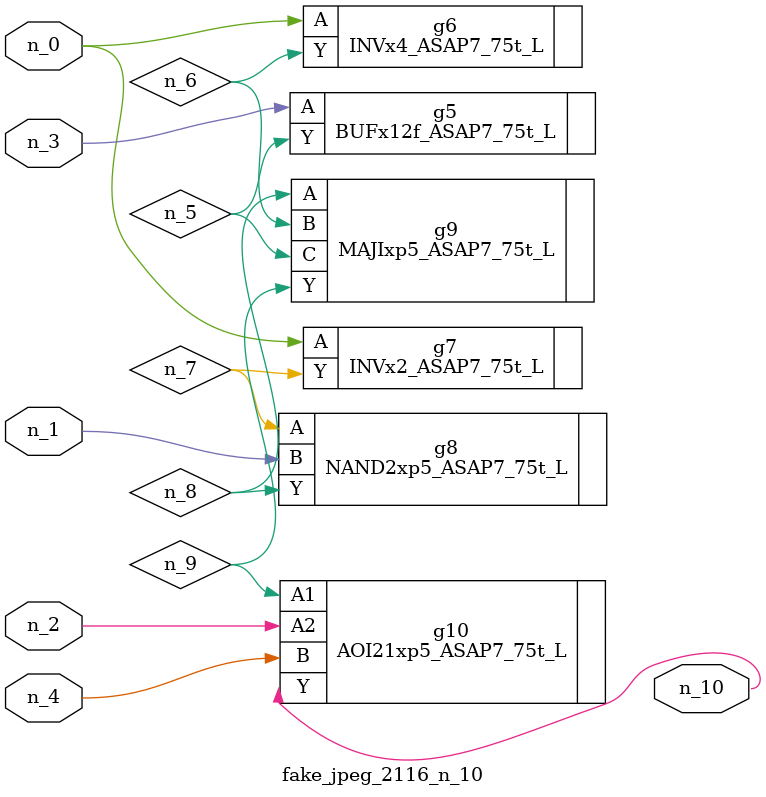
<source format=v>
module fake_jpeg_2116_n_10 (n_3, n_2, n_1, n_0, n_4, n_10);

input n_3;
input n_2;
input n_1;
input n_0;
input n_4;

output n_10;

wire n_8;
wire n_9;
wire n_6;
wire n_5;
wire n_7;

BUFx12f_ASAP7_75t_L g5 ( 
.A(n_3),
.Y(n_5)
);

INVx4_ASAP7_75t_L g6 ( 
.A(n_0),
.Y(n_6)
);

INVx2_ASAP7_75t_L g7 ( 
.A(n_0),
.Y(n_7)
);

NAND2xp5_ASAP7_75t_L g8 ( 
.A(n_7),
.B(n_1),
.Y(n_8)
);

MAJIxp5_ASAP7_75t_L g9 ( 
.A(n_8),
.B(n_6),
.C(n_5),
.Y(n_9)
);

AOI21xp5_ASAP7_75t_L g10 ( 
.A1(n_9),
.A2(n_2),
.B(n_4),
.Y(n_10)
);


endmodule
</source>
